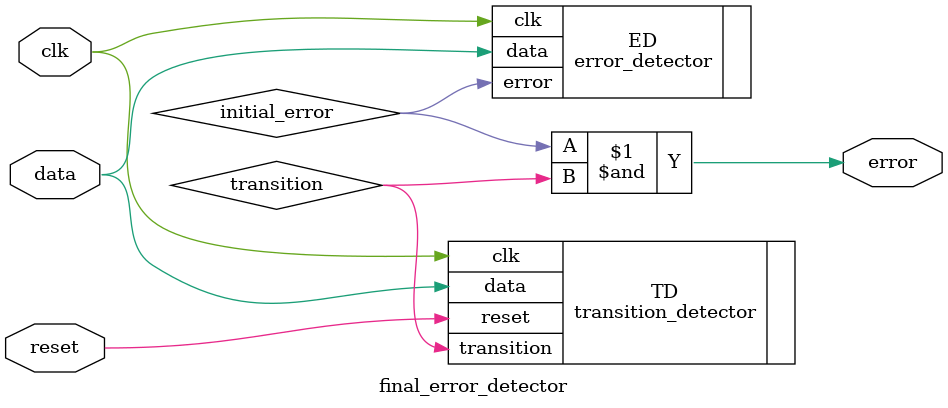
<source format=v>
module final_error_detector
    # (parameter DATA_WIDTH = 1) (
        input clk, reset,
        input [DATA_WIDTH-1:0] data,
        output error
    );


    wire transition, initial_error;

    transition_detector TD(.clk(clk), .reset(reset), .data(data), .transition(transition));
    error_detector ED(.error(initial_error), .data(data), .clk(clk));

    assign error = initial_error & transition;
endmodule


</source>
